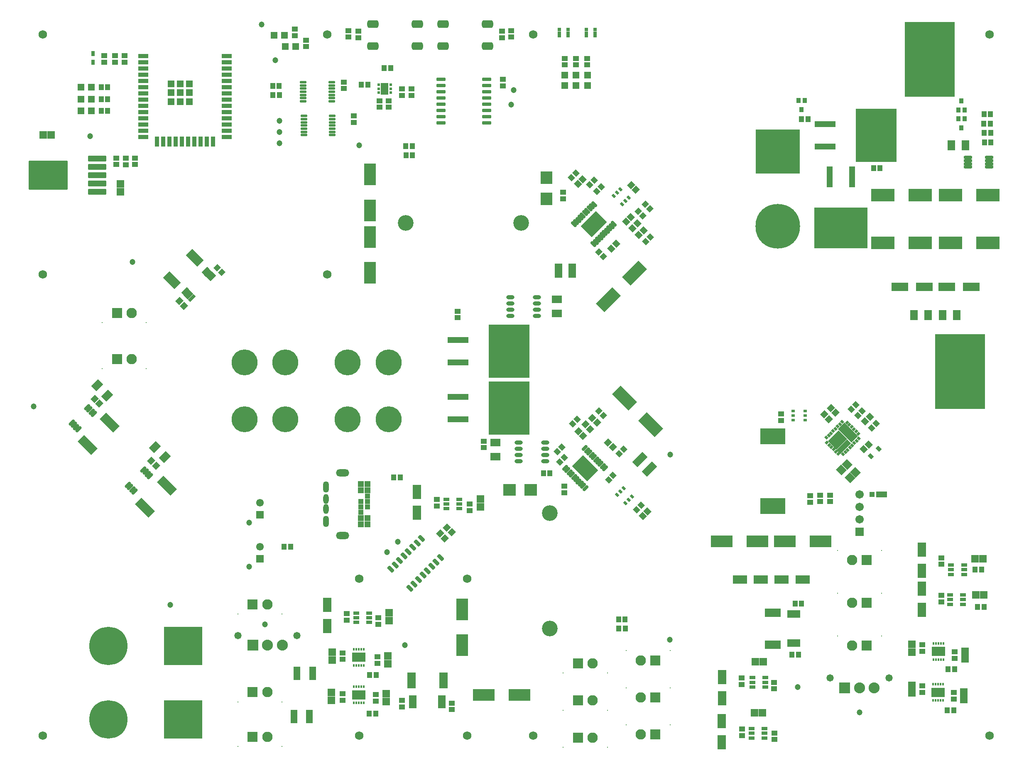
<source format=gbr>
G04*
G04 #@! TF.GenerationSoftware,Altium Limited,Altium Designer,22.4.2 (48)*
G04*
G04 Layer_Color=8388736*
%FSLAX25Y25*%
%MOIN*%
G70*
G04*
G04 #@! TF.SameCoordinates,43EAD1C5-17A3-47DC-85D2-FB09855483F6*
G04*
G04*
G04 #@! TF.FilePolarity,Negative*
G04*
G01*
G75*
%ADD29R,0.02362X0.01968*%
%ADD30R,0.06102X0.09646*%
%ADD60R,0.05236X0.05236*%
%ADD61R,0.03543X0.07874*%
%ADD62R,0.07874X0.03543*%
%ADD99R,0.05328X0.10642*%
%ADD100R,0.40170X0.59855*%
G04:AMPARAMS|DCode=101|XSize=31.5mil|YSize=21.65mil|CornerRadius=0mil|HoleSize=0mil|Usage=FLASHONLY|Rotation=135.000|XOffset=0mil|YOffset=0mil|HoleType=Round|Shape=Rectangle|*
%AMROTATEDRECTD101*
4,1,4,0.01879,-0.00348,0.00348,-0.01879,-0.01879,0.00348,-0.00348,0.01879,0.01879,-0.00348,0.0*
%
%ADD101ROTATEDRECTD101*%

%ADD102R,0.03150X0.02165*%
%ADD103R,0.09461X0.17335*%
G04:AMPARAMS|DCode=104|XSize=29.65mil|YSize=74.93mil|CornerRadius=5.95mil|HoleSize=0mil|Usage=FLASHONLY|Rotation=90.000|XOffset=0mil|YOffset=0mil|HoleType=Round|Shape=RoundedRectangle|*
%AMROUNDEDRECTD104*
21,1,0.02965,0.06303,0,0,90.0*
21,1,0.01776,0.07493,0,0,90.0*
1,1,0.01190,0.03152,0.00888*
1,1,0.01190,0.03152,-0.00888*
1,1,0.01190,-0.03152,-0.00888*
1,1,0.01190,-0.03152,0.00888*
%
%ADD104ROUNDEDRECTD104*%
%ADD105R,0.04343X0.04737*%
%ADD106R,0.10642X0.07493*%
%ADD107R,0.01784X0.02375*%
%ADD108R,0.04540X0.04147*%
%ADD109R,0.04737X0.04343*%
G04:AMPARAMS|DCode=110|XSize=47.37mil|YSize=43.43mil|CornerRadius=0mil|HoleSize=0mil|Usage=FLASHONLY|Rotation=45.000|XOffset=0mil|YOffset=0mil|HoleType=Round|Shape=Rectangle|*
%AMROTATEDRECTD110*
4,1,4,-0.00139,-0.03210,-0.03210,-0.00139,0.00139,0.03210,0.03210,0.00139,-0.00139,-0.03210,0.0*
%
%ADD110ROTATEDRECTD110*%

G04:AMPARAMS|DCode=111|XSize=45.4mil|YSize=41.47mil|CornerRadius=0mil|HoleSize=0mil|Usage=FLASHONLY|Rotation=225.000|XOffset=0mil|YOffset=0mil|HoleType=Round|Shape=Rectangle|*
%AMROTATEDRECTD111*
4,1,4,0.00139,0.03071,0.03071,0.00139,-0.00139,-0.03071,-0.03071,-0.00139,0.00139,0.03071,0.0*
%
%ADD111ROTATEDRECTD111*%

G04:AMPARAMS|DCode=112|XSize=47.37mil|YSize=43.43mil|CornerRadius=0mil|HoleSize=0mil|Usage=FLASHONLY|Rotation=135.000|XOffset=0mil|YOffset=0mil|HoleType=Round|Shape=Rectangle|*
%AMROTATEDRECTD112*
4,1,4,0.03210,-0.00139,0.00139,-0.03210,-0.03210,0.00139,-0.00139,0.03210,0.03210,-0.00139,0.0*
%
%ADD112ROTATEDRECTD112*%

G04:AMPARAMS|DCode=113|XSize=45.4mil|YSize=41.47mil|CornerRadius=0mil|HoleSize=0mil|Usage=FLASHONLY|Rotation=135.000|XOffset=0mil|YOffset=0mil|HoleType=Round|Shape=Rectangle|*
%AMROTATEDRECTD113*
4,1,4,0.03071,-0.00139,0.00139,-0.03071,-0.03071,0.00139,-0.00139,0.03071,0.03071,-0.00139,0.0*
%
%ADD113ROTATEDRECTD113*%

%ADD114R,0.09265X0.10446*%
G04:AMPARAMS|DCode=115|XSize=126.11mil|YSize=173.35mil|CornerRadius=5.77mil|HoleSize=0mil|Usage=FLASHONLY|Rotation=135.000|XOffset=0mil|YOffset=0mil|HoleType=Round|Shape=RoundedRectangle|*
%AMROUNDEDRECTD115*
21,1,0.12611,0.16181,0,0,135.0*
21,1,0.11457,0.17335,0,0,135.0*
1,1,0.01154,0.01670,0.09771*
1,1,0.01154,0.09771,0.01670*
1,1,0.01154,-0.01670,-0.09771*
1,1,0.01154,-0.09771,-0.01670*
%
%ADD115ROUNDEDRECTD115*%
G04:AMPARAMS|DCode=116|XSize=23.75mil|YSize=55.24mil|CornerRadius=5.97mil|HoleSize=0mil|Usage=FLASHONLY|Rotation=225.000|XOffset=0mil|YOffset=0mil|HoleType=Round|Shape=RoundedRectangle|*
%AMROUNDEDRECTD116*
21,1,0.02375,0.04331,0,0,225.0*
21,1,0.01181,0.05524,0,0,225.0*
1,1,0.01194,-0.01949,0.01114*
1,1,0.01194,-0.01114,0.01949*
1,1,0.01194,0.01949,-0.01114*
1,1,0.01194,0.01114,-0.01949*
%
%ADD116ROUNDEDRECTD116*%
G04:AMPARAMS|DCode=117|XSize=98.55mil|YSize=187.13mil|CornerRadius=0mil|HoleSize=0mil|Usage=FLASHONLY|Rotation=135.000|XOffset=0mil|YOffset=0mil|HoleType=Round|Shape=Rectangle|*
%AMROTATEDRECTD117*
4,1,4,0.10101,0.03132,-0.03132,-0.10101,-0.10101,-0.03132,0.03132,0.10101,0.10101,0.03132,0.0*
%
%ADD117ROTATEDRECTD117*%

%ADD118R,0.04147X0.04540*%
G04:AMPARAMS|DCode=119|XSize=98.55mil|YSize=187.13mil|CornerRadius=0mil|HoleSize=0mil|Usage=FLASHONLY|Rotation=225.000|XOffset=0mil|YOffset=0mil|HoleType=Round|Shape=Rectangle|*
%AMROTATEDRECTD119*
4,1,4,-0.03132,0.10101,0.10101,-0.03132,0.03132,-0.10101,-0.10101,0.03132,-0.03132,0.10101,0.0*
%
%ADD119ROTATEDRECTD119*%

%ADD120R,0.10446X0.09265*%
G04:AMPARAMS|DCode=121|XSize=114.3mil|YSize=59.18mil|CornerRadius=0mil|HoleSize=0mil|Usage=FLASHONLY|Rotation=225.000|XOffset=0mil|YOffset=0mil|HoleType=Round|Shape=Rectangle|*
%AMROTATEDRECTD121*
4,1,4,0.01949,0.06134,0.06134,0.01949,-0.01949,-0.06134,-0.06134,-0.01949,0.01949,0.06134,0.0*
%
%ADD121ROTATEDRECTD121*%

G04:AMPARAMS|DCode=122|XSize=40.68mil|YSize=32.61mil|CornerRadius=0mil|HoleSize=0mil|Usage=FLASHONLY|Rotation=315.000|XOffset=0mil|YOffset=0mil|HoleType=Round|Shape=Rectangle|*
%AMROTATEDRECTD122*
4,1,4,-0.02591,0.00285,-0.00285,0.02591,0.02591,-0.00285,0.00285,-0.02591,-0.02591,0.00285,0.0*
%
%ADD122ROTATEDRECTD122*%

%ADD123R,0.08674X0.05131*%
%ADD124R,0.03950X0.03950*%
%ADD125R,0.03162X0.02769*%
%ADD126R,0.03162X0.02375*%
%ADD127R,0.05524X0.05524*%
G04:AMPARAMS|DCode=128|XSize=63.12mil|YSize=59.18mil|CornerRadius=0mil|HoleSize=0mil|Usage=FLASHONLY|Rotation=135.000|XOffset=0mil|YOffset=0mil|HoleType=Round|Shape=Rectangle|*
%AMROTATEDRECTD128*
4,1,4,0.04324,-0.00139,0.00139,-0.04324,-0.04324,0.00139,-0.00139,0.04324,0.04324,-0.00139,0.0*
%
%ADD128ROTATEDRECTD128*%

%ADD129R,0.05524X0.05524*%
G04:AMPARAMS|DCode=130|XSize=63.12mil|YSize=90.68mil|CornerRadius=17.78mil|HoleSize=0mil|Usage=FLASHONLY|Rotation=90.000|XOffset=0mil|YOffset=0mil|HoleType=Round|Shape=RoundedRectangle|*
%AMROUNDEDRECTD130*
21,1,0.06312,0.05512,0,0,90.0*
21,1,0.02756,0.09068,0,0,90.0*
1,1,0.03556,0.02756,0.01378*
1,1,0.03556,0.02756,-0.01378*
1,1,0.03556,-0.02756,-0.01378*
1,1,0.03556,-0.02756,0.01378*
%
%ADD130ROUNDEDRECTD130*%
%ADD131O,0.05761X0.02217*%
%ADD132R,0.02769X0.03950*%
%ADD133R,0.05918X0.06312*%
G04:AMPARAMS|DCode=134|XSize=236.35mil|YSize=311.15mil|CornerRadius=6.28mil|HoleSize=0mil|Usage=FLASHONLY|Rotation=270.000|XOffset=0mil|YOffset=0mil|HoleType=Round|Shape=RoundedRectangle|*
%AMROUNDEDRECTD134*
21,1,0.23635,0.29858,0,0,270.0*
21,1,0.22378,0.31115,0,0,270.0*
1,1,0.01257,-0.14929,-0.11189*
1,1,0.01257,-0.14929,0.11189*
1,1,0.01257,0.14929,0.11189*
1,1,0.01257,0.14929,-0.11189*
%
%ADD134ROUNDEDRECTD134*%
G04:AMPARAMS|DCode=135|XSize=47.37mil|YSize=145.8mil|CornerRadius=5.97mil|HoleSize=0mil|Usage=FLASHONLY|Rotation=270.000|XOffset=0mil|YOffset=0mil|HoleType=Round|Shape=RoundedRectangle|*
%AMROUNDEDRECTD135*
21,1,0.04737,0.13386,0,0,270.0*
21,1,0.03543,0.14580,0,0,270.0*
1,1,0.01194,-0.06693,-0.01772*
1,1,0.01194,-0.06693,0.01772*
1,1,0.01194,0.06693,0.01772*
1,1,0.01194,0.06693,-0.01772*
%
%ADD135ROUNDEDRECTD135*%
%ADD136R,0.06312X0.05918*%
%ADD137O,0.07099X0.02572*%
%ADD138R,0.33084X0.43123*%
%ADD139R,0.17139X0.05131*%
G04:AMPARAMS|DCode=140|XSize=59.58mil|YSize=32.41mil|CornerRadius=7.05mil|HoleSize=0mil|Usage=FLASHONLY|Rotation=315.000|XOffset=0mil|YOffset=0mil|HoleType=Round|Shape=RoundedRectangle|*
%AMROUNDEDRECTD140*
21,1,0.05958,0.01831,0,0,315.0*
21,1,0.04547,0.03241,0,0,315.0*
1,1,0.01410,0.00960,-0.02255*
1,1,0.01410,-0.02255,0.00960*
1,1,0.01410,-0.00960,0.02255*
1,1,0.01410,0.02255,-0.00960*
%
%ADD140ROUNDEDRECTD140*%
G04:AMPARAMS|DCode=141|XSize=119.42mil|YSize=43.43mil|CornerRadius=0mil|HoleSize=0mil|Usage=FLASHONLY|Rotation=45.000|XOffset=0mil|YOffset=0mil|HoleType=Round|Shape=Rectangle|*
%AMROTATEDRECTD141*
4,1,4,-0.02686,-0.05758,-0.05758,-0.02686,0.02686,0.05758,0.05758,0.02686,-0.02686,-0.05758,0.0*
%
%ADD141ROTATEDRECTD141*%

G04:AMPARAMS|DCode=142|XSize=119.42mil|YSize=94.61mil|CornerRadius=0mil|HoleSize=0mil|Usage=FLASHONLY|Rotation=45.000|XOffset=0mil|YOffset=0mil|HoleType=Round|Shape=Rectangle|*
%AMROTATEDRECTD142*
4,1,4,-0.00877,-0.07567,-0.07567,-0.00877,0.00877,0.07567,0.07567,0.00877,-0.00877,-0.07567,0.0*
%
%ADD142ROTATEDRECTD142*%

G04:AMPARAMS|DCode=143|XSize=153.67mil|YSize=70.99mil|CornerRadius=0mil|HoleSize=0mil|Usage=FLASHONLY|Rotation=315.000|XOffset=0mil|YOffset=0mil|HoleType=Round|Shape=Rectangle|*
%AMROTATEDRECTD143*
4,1,4,-0.07943,0.02923,-0.02923,0.07943,0.07943,-0.02923,0.02923,-0.07943,-0.07943,0.02923,0.0*
%
%ADD143ROTATEDRECTD143*%

G04:AMPARAMS|DCode=144|XSize=23.75mil|YSize=19.81mil|CornerRadius=0mil|HoleSize=0mil|Usage=FLASHONLY|Rotation=225.000|XOffset=0mil|YOffset=0mil|HoleType=Round|Shape=Rectangle|*
%AMROTATEDRECTD144*
4,1,4,0.00139,0.01540,0.01540,0.00139,-0.00139,-0.01540,-0.01540,-0.00139,0.00139,0.01540,0.0*
%
%ADD144ROTATEDRECTD144*%

G04:AMPARAMS|DCode=145|XSize=23.75mil|YSize=19.81mil|CornerRadius=0mil|HoleSize=0mil|Usage=FLASHONLY|Rotation=135.000|XOffset=0mil|YOffset=0mil|HoleType=Round|Shape=Rectangle|*
%AMROTATEDRECTD145*
4,1,4,0.01540,-0.00139,0.00139,-0.01540,-0.01540,0.00139,-0.00139,0.01540,0.01540,-0.00139,0.0*
%
%ADD145ROTATEDRECTD145*%

G04:AMPARAMS|DCode=146|XSize=126.11mil|YSize=173.35mil|CornerRadius=5.77mil|HoleSize=0mil|Usage=FLASHONLY|Rotation=225.000|XOffset=0mil|YOffset=0mil|HoleType=Round|Shape=RoundedRectangle|*
%AMROUNDEDRECTD146*
21,1,0.12611,0.16181,0,0,225.0*
21,1,0.11457,0.17335,0,0,225.0*
1,1,0.01154,-0.09771,0.01670*
1,1,0.01154,-0.01670,0.09771*
1,1,0.01154,0.09771,-0.01670*
1,1,0.01154,0.01670,-0.09771*
%
%ADD146ROUNDEDRECTD146*%
G04:AMPARAMS|DCode=147|XSize=23.75mil|YSize=55.24mil|CornerRadius=5.97mil|HoleSize=0mil|Usage=FLASHONLY|Rotation=315.000|XOffset=0mil|YOffset=0mil|HoleType=Round|Shape=RoundedRectangle|*
%AMROUNDEDRECTD147*
21,1,0.02375,0.04331,0,0,315.0*
21,1,0.01181,0.05524,0,0,315.0*
1,1,0.01194,-0.01114,-0.01949*
1,1,0.01194,-0.01949,-0.01114*
1,1,0.01194,0.01114,0.01949*
1,1,0.01194,0.01949,0.01114*
%
%ADD147ROUNDEDRECTD147*%
%ADD148R,0.17335X0.09461*%
%ADD149R,0.06312X0.02572*%
%ADD150R,0.07099X0.13005*%
%ADD151R,0.05918X0.11430*%
G04:AMPARAMS|DCode=152|XSize=25.72mil|YSize=63.12mil|CornerRadius=0mil|HoleSize=0mil|Usage=FLASHONLY|Rotation=135.000|XOffset=0mil|YOffset=0mil|HoleType=Round|Shape=Rectangle|*
%AMROTATEDRECTD152*
4,1,4,0.03141,0.01322,-0.01322,-0.03141,-0.03141,-0.01322,0.01322,0.03141,0.03141,0.01322,0.0*
%
%ADD152ROTATEDRECTD152*%

G04:AMPARAMS|DCode=153|XSize=130.05mil|YSize=70.99mil|CornerRadius=0mil|HoleSize=0mil|Usage=FLASHONLY|Rotation=315.000|XOffset=0mil|YOffset=0mil|HoleType=Round|Shape=Rectangle|*
%AMROTATEDRECTD153*
4,1,4,-0.07108,0.02088,-0.02088,0.07108,0.07108,-0.02088,0.02088,-0.07108,-0.07108,0.02088,0.0*
%
%ADD153ROTATEDRECTD153*%

%ADD154R,0.13005X0.07099*%
%ADD155R,0.02572X0.06312*%
%ADD156R,0.11824X0.07099*%
%ADD157R,0.20485X0.13005*%
%ADD158R,0.07887X0.05918*%
%ADD159O,0.06509X0.03162*%
G04:AMPARAMS|DCode=160|XSize=151.7mil|YSize=70.99mil|CornerRadius=0mil|HoleSize=0mil|Usage=FLASHONLY|Rotation=315.000|XOffset=0mil|YOffset=0mil|HoleType=Round|Shape=Rectangle|*
%AMROTATEDRECTD160*
4,1,4,-0.07873,0.02854,-0.02854,0.07873,0.07873,-0.02854,0.02854,-0.07873,-0.07873,0.02854,0.0*
%
%ADD160ROTATEDRECTD160*%

G04:AMPARAMS|DCode=161|XSize=78.87mil|YSize=59.18mil|CornerRadius=0mil|HoleSize=0mil|Usage=FLASHONLY|Rotation=45.000|XOffset=0mil|YOffset=0mil|HoleType=Round|Shape=Rectangle|*
%AMROTATEDRECTD161*
4,1,4,-0.00696,-0.04881,-0.04881,-0.00696,0.00696,0.04881,0.04881,0.00696,-0.00696,-0.04881,0.0*
%
%ADD161ROTATEDRECTD161*%

G04:AMPARAMS|DCode=162|XSize=27.69mil|YSize=61.15mil|CornerRadius=0mil|HoleSize=0mil|Usage=FLASHONLY|Rotation=315.000|XOffset=0mil|YOffset=0mil|HoleType=Round|Shape=Round|*
%AMOVALD162*
21,1,0.03347,0.02769,0.00000,0.00000,45.0*
1,1,0.02769,-0.01183,-0.01183*
1,1,0.02769,0.01183,0.01183*
%
%ADD162OVALD162*%

%ADD163R,0.07099X0.11824*%
%ADD164R,0.04540X0.03162*%
%ADD165R,0.05918X0.07887*%
%ADD166R,0.03556X0.04343*%
%ADD167R,0.05131X0.17139*%
%ADD168R,0.43123X0.33084*%
%ADD169R,0.13398X0.07099*%
%ADD170R,0.18713X0.09855*%
%ADD171C,0.04737*%
%ADD172C,0.12611*%
%ADD173C,0.02473*%
%ADD174R,0.30800X0.30800*%
%ADD175C,0.30800*%
%ADD176C,0.00800*%
%ADD177C,0.08300*%
%ADD178R,0.08300X0.08300*%
%ADD179C,0.35800*%
%ADD180R,0.35800X0.35800*%
%ADD181C,0.20800*%
%ADD182C,0.06800*%
%ADD183O,0.04934X0.09068*%
%ADD184R,0.04737X0.04737*%
%ADD185R,0.04147X0.04147*%
%ADD186O,0.04343X0.07887*%
%ADD187O,0.10642X0.05721*%
%ADD188C,0.05800*%
%ADD189C,0.08800*%
%ADD190R,0.08800X0.08800*%
%ADD191C,0.04724*%
%ADD192C,0.06102*%
%ADD193R,0.06102X0.06102*%
%ADD194R,0.06706X0.06706*%
%ADD195C,0.06706*%
%ADD196C,0.02769*%
D29*
X285197Y536221D02*
D03*
Y533071D02*
D03*
Y529921D02*
D03*
X294882D02*
D03*
Y533071D02*
D03*
Y536221D02*
D03*
D30*
X290039Y533071D02*
D03*
D60*
X133209Y522697D02*
D03*
X125984D02*
D03*
X118760D02*
D03*
X133209Y529921D02*
D03*
X125984D02*
D03*
X118760D02*
D03*
X133209Y537146D02*
D03*
X125984D02*
D03*
X118760D02*
D03*
D61*
X152421Y490512D02*
D03*
X147421D02*
D03*
X142421D02*
D03*
X137421D02*
D03*
X132421D02*
D03*
X127421D02*
D03*
X122421D02*
D03*
X117421D02*
D03*
X112421D02*
D03*
X107421D02*
D03*
D62*
X163386Y559449D02*
D03*
Y554449D02*
D03*
Y549449D02*
D03*
Y544449D02*
D03*
Y539449D02*
D03*
Y534449D02*
D03*
Y529449D02*
D03*
Y524449D02*
D03*
Y519449D02*
D03*
Y514449D02*
D03*
Y509449D02*
D03*
Y504449D02*
D03*
Y499449D02*
D03*
Y494449D02*
D03*
X96457D02*
D03*
Y499449D02*
D03*
Y504449D02*
D03*
Y509449D02*
D03*
Y514449D02*
D03*
Y519449D02*
D03*
Y524449D02*
D03*
Y529449D02*
D03*
Y534449D02*
D03*
Y539449D02*
D03*
Y544449D02*
D03*
Y549449D02*
D03*
Y554449D02*
D03*
Y559449D02*
D03*
D99*
X232185Y63779D02*
D03*
X219783D02*
D03*
X229823Y29134D02*
D03*
X217421D02*
D03*
D100*
X751968Y305906D02*
D03*
X727559Y556693D02*
D03*
D101*
X476827Y206928D02*
D03*
X479472Y209572D02*
D03*
X482116Y212217D02*
D03*
X488798Y205536D02*
D03*
X486153Y202891D02*
D03*
X483508Y200246D02*
D03*
X473936Y447153D02*
D03*
X476581Y449797D02*
D03*
X479225Y452442D02*
D03*
X485907Y445761D02*
D03*
X483262Y443116D02*
D03*
X480617Y440471D02*
D03*
D102*
X627559Y274410D02*
D03*
Y270669D02*
D03*
Y266929D02*
D03*
X618110D02*
D03*
Y270669D02*
D03*
Y274410D02*
D03*
D103*
X278346Y385236D02*
D03*
Y413976D02*
D03*
X352362Y86221D02*
D03*
Y114961D02*
D03*
X278346Y435433D02*
D03*
Y464173D02*
D03*
D104*
X371850Y505728D02*
D03*
Y510728D02*
D03*
Y515728D02*
D03*
Y520728D02*
D03*
Y525728D02*
D03*
Y530728D02*
D03*
Y535728D02*
D03*
Y540728D02*
D03*
X335236Y505728D02*
D03*
Y510728D02*
D03*
Y515728D02*
D03*
Y520728D02*
D03*
Y525728D02*
D03*
Y530728D02*
D03*
Y535728D02*
D03*
Y540728D02*
D03*
D105*
X747638Y66929D02*
D03*
X742323D02*
D03*
X422835Y224410D02*
D03*
X417520D02*
D03*
X622441Y78740D02*
D03*
X617126D02*
D03*
X277658Y31496D02*
D03*
X282972D02*
D03*
X278051Y62205D02*
D03*
X283366D02*
D03*
X741535Y33858D02*
D03*
X746850D02*
D03*
X771063Y505118D02*
D03*
X776378D02*
D03*
D106*
X734252Y48425D02*
D03*
X269291Y46457D02*
D03*
X269291Y76575D02*
D03*
X734646Y81299D02*
D03*
D107*
X730315Y54921D02*
D03*
X732283D02*
D03*
X734252Y54921D02*
D03*
X736221Y54921D02*
D03*
X738189D02*
D03*
Y41929D02*
D03*
X736221D02*
D03*
X734252D02*
D03*
X732283D02*
D03*
X730315D02*
D03*
X265354Y39961D02*
D03*
X267323D02*
D03*
X269291D02*
D03*
X271260D02*
D03*
X273228D02*
D03*
Y52953D02*
D03*
X271260D02*
D03*
X269291Y52953D02*
D03*
X267323Y52953D02*
D03*
X265354D02*
D03*
X265354Y70079D02*
D03*
X267323D02*
D03*
X269291Y70079D02*
D03*
X271260Y70079D02*
D03*
X273228D02*
D03*
Y83071D02*
D03*
X271260D02*
D03*
X269291D02*
D03*
X267323D02*
D03*
X265354D02*
D03*
X730709Y74803D02*
D03*
X732677D02*
D03*
X734646D02*
D03*
X736614Y74803D02*
D03*
X738583D02*
D03*
Y87795D02*
D03*
X736614D02*
D03*
X734646Y87795D02*
D03*
X732677D02*
D03*
X730709D02*
D03*
D108*
X256299Y42126D02*
D03*
Y47244D02*
D03*
X647638Y206737D02*
D03*
X647638Y201619D02*
D03*
X639590Y206737D02*
D03*
Y201619D02*
D03*
X443601Y557480D02*
D03*
Y552362D02*
D03*
X434546Y557480D02*
D03*
Y552362D02*
D03*
X452756Y557480D02*
D03*
Y552362D02*
D03*
X227165Y572047D02*
D03*
Y566929D02*
D03*
X218110Y580905D02*
D03*
Y575787D02*
D03*
X391732Y579744D02*
D03*
Y574626D02*
D03*
X261024Y579744D02*
D03*
Y574626D02*
D03*
X89764Y472244D02*
D03*
Y477362D02*
D03*
X344094Y39764D02*
D03*
Y34646D02*
D03*
X74803Y472244D02*
D03*
Y477362D02*
D03*
X256299Y80118D02*
D03*
Y75000D02*
D03*
X369685Y250000D02*
D03*
Y244882D02*
D03*
X348819Y354331D02*
D03*
Y349213D02*
D03*
X721654Y53543D02*
D03*
Y48425D02*
D03*
X721654Y86614D02*
D03*
Y81496D02*
D03*
X285039Y108268D02*
D03*
Y103150D02*
D03*
X358268Y199606D02*
D03*
Y194488D02*
D03*
X602756Y56496D02*
D03*
Y51378D02*
D03*
X603150Y15748D02*
D03*
Y10630D02*
D03*
X293465Y518307D02*
D03*
Y523425D02*
D03*
X285984Y518307D02*
D03*
Y523425D02*
D03*
D109*
X608268Y272047D02*
D03*
Y266732D02*
D03*
X433465Y450000D02*
D03*
Y444685D02*
D03*
X434252Y213976D02*
D03*
Y208661D02*
D03*
X631542Y206324D02*
D03*
Y201009D02*
D03*
X384252Y574016D02*
D03*
Y579331D02*
D03*
X268898Y574016D02*
D03*
Y579331D02*
D03*
X385039Y540748D02*
D03*
Y535433D02*
D03*
X257480Y538484D02*
D03*
Y533169D02*
D03*
X265354Y511221D02*
D03*
Y505905D02*
D03*
X64961Y554331D02*
D03*
Y559646D02*
D03*
X81496Y554331D02*
D03*
Y559646D02*
D03*
X73622Y554331D02*
D03*
Y559646D02*
D03*
X303937Y36713D02*
D03*
Y42028D02*
D03*
X82284Y472146D02*
D03*
Y477461D02*
D03*
X283071Y46654D02*
D03*
Y41339D02*
D03*
X284252Y76968D02*
D03*
Y71653D02*
D03*
X746850Y48228D02*
D03*
Y42913D02*
D03*
X747638Y81102D02*
D03*
Y75787D02*
D03*
X737008Y151181D02*
D03*
Y156496D02*
D03*
Y126279D02*
D03*
Y120965D02*
D03*
X259842Y111811D02*
D03*
Y106496D02*
D03*
X331890Y203346D02*
D03*
Y198031D02*
D03*
X576772Y60138D02*
D03*
Y54823D02*
D03*
X577165Y18898D02*
D03*
Y13583D02*
D03*
X304095Y533071D02*
D03*
Y527756D02*
D03*
X311575Y533071D02*
D03*
Y527756D02*
D03*
D110*
X487974Y455727D02*
D03*
X491732Y451968D02*
D03*
X455113Y259825D02*
D03*
X451354Y263583D02*
D03*
X460540Y265050D02*
D03*
X456782Y268808D02*
D03*
X449475Y254327D02*
D03*
X445717Y258085D02*
D03*
X473228Y245276D02*
D03*
X469470Y249034D02*
D03*
X643003Y271564D02*
D03*
X646761Y267806D02*
D03*
X648210Y276593D02*
D03*
X651968Y272835D02*
D03*
X343916Y176950D02*
D03*
X340158Y180709D02*
D03*
X338493Y172137D02*
D03*
X334735Y175895D02*
D03*
X129080Y358786D02*
D03*
X125322Y362544D02*
D03*
X57369Y283979D02*
D03*
X61127Y280221D02*
D03*
X106558Y230471D02*
D03*
X102800Y234229D02*
D03*
D111*
X502991Y436773D02*
D03*
X499372Y440392D02*
D03*
X493625Y434721D02*
D03*
X497244Y431102D02*
D03*
X462129Y402044D02*
D03*
X465748Y398425D02*
D03*
X465589Y270631D02*
D03*
X461970Y274251D02*
D03*
X155805Y389409D02*
D03*
X159424Y385790D02*
D03*
D112*
X497333Y189853D02*
D03*
X501092Y193611D02*
D03*
X445289Y456706D02*
D03*
X449048Y460465D02*
D03*
X494118Y415740D02*
D03*
X497876Y419498D02*
D03*
X483881Y426370D02*
D03*
X487640Y430128D02*
D03*
X489171Y421080D02*
D03*
X492929Y424839D02*
D03*
X675769Y265927D02*
D03*
X679528Y269685D02*
D03*
X678561Y247459D02*
D03*
X674803Y243701D02*
D03*
X472137Y404814D02*
D03*
X475895Y408572D02*
D03*
D113*
X492277Y195096D02*
D03*
X495896Y198715D02*
D03*
X440082Y461735D02*
D03*
X443701Y465354D02*
D03*
X454724Y455905D02*
D03*
X458344Y459525D02*
D03*
X460236Y450787D02*
D03*
X463855Y454406D02*
D03*
X499769Y410367D02*
D03*
X503388Y413986D02*
D03*
X482125Y243542D02*
D03*
X478505Y239923D02*
D03*
X441104Y263938D02*
D03*
X444723Y267558D02*
D03*
X469844Y219057D02*
D03*
X473463Y222676D02*
D03*
X430709Y233465D02*
D03*
X434328Y237084D02*
D03*
X428740Y241732D02*
D03*
X432359Y245351D02*
D03*
X681046Y260574D02*
D03*
X684665Y264193D02*
D03*
X669844Y270631D02*
D03*
X673463Y274251D02*
D03*
X664567Y275590D02*
D03*
X668186Y279210D02*
D03*
D114*
X420079Y444685D02*
D03*
Y461614D02*
D03*
D115*
X457968Y424383D02*
D03*
D116*
X457759Y408307D02*
D03*
X459569Y410116D02*
D03*
X461378Y411926D02*
D03*
X463188Y413735D02*
D03*
X464997Y415545D02*
D03*
X466807Y417354D02*
D03*
X468617Y419164D02*
D03*
X470426Y420973D02*
D03*
X472236Y422783D02*
D03*
X474045Y424592D02*
D03*
X441891Y424175D02*
D03*
X443701Y425984D02*
D03*
X445510Y427794D02*
D03*
X447320Y429603D02*
D03*
X449129Y431413D02*
D03*
X450939Y433222D02*
D03*
X452748Y435032D02*
D03*
X454558Y436841D02*
D03*
X456367Y438651D02*
D03*
X458177Y440460D02*
D03*
D117*
X490676Y384964D02*
D03*
X469519Y363806D02*
D03*
D118*
X312205Y487008D02*
D03*
X307087D02*
D03*
X307283Y479528D02*
D03*
X312402D02*
D03*
X477953Y107087D02*
D03*
X483071D02*
D03*
X478150Y99606D02*
D03*
X483268D02*
D03*
X271457Y536221D02*
D03*
X276575D02*
D03*
X289764Y549606D02*
D03*
X294882D02*
D03*
X200394Y527953D02*
D03*
X205512D02*
D03*
X205315Y535433D02*
D03*
X200197D02*
D03*
X62598Y534252D02*
D03*
X67716D02*
D03*
X62598Y524803D02*
D03*
X67716D02*
D03*
X62598Y515354D02*
D03*
X67716D02*
D03*
X687795Y469291D02*
D03*
X682677D02*
D03*
X619685Y119685D02*
D03*
X624803D02*
D03*
X209449Y165354D02*
D03*
X214567D02*
D03*
X766142Y116929D02*
D03*
X771260D02*
D03*
X764173Y146850D02*
D03*
X769291D02*
D03*
X302559Y220866D02*
D03*
X297441D02*
D03*
X771457Y497638D02*
D03*
X776575D02*
D03*
X771260Y512598D02*
D03*
X776378D02*
D03*
X624803Y508661D02*
D03*
X629921D02*
D03*
X771654Y490158D02*
D03*
X776772D02*
D03*
D119*
X503731Y263417D02*
D03*
X482573Y284575D02*
D03*
D120*
X407283Y211024D02*
D03*
X390354D02*
D03*
D121*
X494921Y235394D02*
D03*
X502716Y227599D02*
D03*
D122*
X680368Y237848D02*
D03*
X686562Y244042D02*
D03*
D123*
X688976Y207480D02*
D03*
D124*
X681496D02*
D03*
D125*
X451968Y580709D02*
D03*
Y575591D02*
D03*
X459055D02*
D03*
Y580709D02*
D03*
X430315D02*
D03*
Y575591D02*
D03*
X437402D02*
D03*
Y580709D02*
D03*
D126*
X451968Y578150D02*
D03*
X459055D02*
D03*
X430315D02*
D03*
X437402D02*
D03*
D127*
X434646Y543898D02*
D03*
Y535630D02*
D03*
X443701Y543898D02*
D03*
Y535630D02*
D03*
X452856Y543898D02*
D03*
Y535630D02*
D03*
D128*
X667975Y225062D02*
D03*
X663521Y220607D02*
D03*
X656828Y226907D02*
D03*
X661282Y231361D02*
D03*
D129*
X210433Y566929D02*
D03*
X218701D02*
D03*
X209646Y575984D02*
D03*
X201378D02*
D03*
X46260Y524803D02*
D03*
X54528D02*
D03*
Y534252D02*
D03*
X46260D02*
D03*
Y515354D02*
D03*
X54528D02*
D03*
D130*
X316339Y585039D02*
D03*
Y567323D02*
D03*
X280512D02*
D03*
Y585039D02*
D03*
X372835D02*
D03*
Y567323D02*
D03*
X337008D02*
D03*
Y585039D02*
D03*
D131*
X224803Y538386D02*
D03*
Y535827D02*
D03*
Y533268D02*
D03*
Y530709D02*
D03*
Y528149D02*
D03*
Y525590D02*
D03*
Y523031D02*
D03*
X247638Y538386D02*
D03*
Y535827D02*
D03*
Y533268D02*
D03*
Y530709D02*
D03*
Y528149D02*
D03*
Y525590D02*
D03*
Y523031D02*
D03*
X225197Y511221D02*
D03*
Y508661D02*
D03*
Y506102D02*
D03*
Y503543D02*
D03*
Y500984D02*
D03*
Y498425D02*
D03*
Y495866D02*
D03*
X248031Y511221D02*
D03*
Y508661D02*
D03*
Y506102D02*
D03*
Y503543D02*
D03*
Y500984D02*
D03*
Y498425D02*
D03*
Y495866D02*
D03*
D132*
X55905Y561319D02*
D03*
Y554232D02*
D03*
D133*
X16142Y496063D02*
D03*
X22441D02*
D03*
X764567Y126772D02*
D03*
X770866D02*
D03*
X764173Y155512D02*
D03*
X770472D02*
D03*
X594095Y72835D02*
D03*
X587795D02*
D03*
X593307Y31890D02*
D03*
X587008D02*
D03*
D134*
X20079Y463779D02*
D03*
D135*
X59449Y477165D02*
D03*
Y470472D02*
D03*
Y463779D02*
D03*
Y457087D02*
D03*
Y450394D02*
D03*
D136*
X77953Y456693D02*
D03*
Y450394D02*
D03*
X291339Y47244D02*
D03*
Y40945D02*
D03*
X247244Y48425D02*
D03*
Y42126D02*
D03*
X248031Y80709D02*
D03*
Y74410D02*
D03*
X292520Y77559D02*
D03*
Y71260D02*
D03*
X755118Y48819D02*
D03*
Y42520D02*
D03*
X713386Y54134D02*
D03*
Y47835D02*
D03*
X713386Y87008D02*
D03*
Y80709D02*
D03*
X755905Y81496D02*
D03*
Y75197D02*
D03*
X293701Y112205D02*
D03*
Y105905D02*
D03*
X366929Y203543D02*
D03*
Y197244D02*
D03*
D137*
X758465Y477854D02*
D03*
Y475295D02*
D03*
Y472736D02*
D03*
Y470177D02*
D03*
X775394Y477854D02*
D03*
Y475295D02*
D03*
Y472736D02*
D03*
Y470177D02*
D03*
D138*
X684842Y495591D02*
D03*
X390158Y322441D02*
D03*
Y276772D02*
D03*
D139*
X643701Y486614D02*
D03*
Y504567D02*
D03*
X349016Y313465D02*
D03*
Y331417D02*
D03*
X349016Y267795D02*
D03*
Y285748D02*
D03*
D140*
X319728Y172004D02*
D03*
X316193Y168469D02*
D03*
X312657Y164933D02*
D03*
X309121Y161398D02*
D03*
X305586Y157862D02*
D03*
X302050Y154327D02*
D03*
X298515Y150791D02*
D03*
X294979Y147256D02*
D03*
X310291Y131944D02*
D03*
X313826Y135480D02*
D03*
X317362Y139015D02*
D03*
X320897Y142551D02*
D03*
X324433Y146086D02*
D03*
X327968Y149622D02*
D03*
X331504Y153157D02*
D03*
X335039Y156693D02*
D03*
D141*
X658821Y245803D02*
D03*
D142*
X653532Y251092D02*
D03*
D143*
X662064Y256841D02*
D03*
D144*
X661299Y265123D02*
D03*
X663108Y263314D02*
D03*
X664918Y261504D02*
D03*
X666727Y259695D02*
D03*
X668537Y257885D02*
D03*
X670346Y256076D02*
D03*
X654200Y239929D02*
D03*
X652390Y241739D02*
D03*
X650581Y243548D02*
D03*
X648771Y245358D02*
D03*
X646962Y247167D02*
D03*
X645152Y248977D02*
D03*
D145*
X670764Y252178D02*
D03*
X668954Y250369D02*
D03*
X667145Y248559D02*
D03*
X665335Y246749D02*
D03*
X663526Y244940D02*
D03*
X661716Y243130D02*
D03*
X659907Y241321D02*
D03*
X658097Y239511D02*
D03*
X644735Y252874D02*
D03*
X646544Y254684D02*
D03*
X648354Y256493D02*
D03*
X650163Y258303D02*
D03*
X651973Y260112D02*
D03*
X653782Y261922D02*
D03*
X655592Y263731D02*
D03*
X657401Y265541D02*
D03*
D146*
X451036Y228455D02*
D03*
D147*
X467113Y228247D02*
D03*
X465304Y230056D02*
D03*
X463494Y231866D02*
D03*
X461685Y233675D02*
D03*
X459875Y235485D02*
D03*
X458066Y237294D02*
D03*
X456256Y239104D02*
D03*
X454447Y240914D02*
D03*
X452637Y242723D02*
D03*
X450828Y244532D02*
D03*
X451245Y212379D02*
D03*
X449436Y214188D02*
D03*
X447626Y215998D02*
D03*
X445817Y217807D02*
D03*
X444007Y219617D02*
D03*
X442198Y221426D02*
D03*
X440388Y223236D02*
D03*
X438579Y225045D02*
D03*
X436769Y226855D02*
D03*
X434960Y228664D02*
D03*
D148*
X369685Y46457D02*
D03*
X398425Y46457D02*
D03*
X589370Y169685D02*
D03*
X560630Y169685D02*
D03*
X611417Y169685D02*
D03*
X640158Y169685D02*
D03*
D149*
X336024Y37106D02*
D03*
Y39665D02*
D03*
Y42224D02*
D03*
Y44783D02*
D03*
X312795Y37106D02*
D03*
Y39665D02*
D03*
Y42224D02*
D03*
Y44783D02*
D03*
D150*
X337205Y57874D02*
D03*
X311614D02*
D03*
D151*
X440551Y387008D02*
D03*
X429528D02*
D03*
D152*
X151699Y381544D02*
D03*
X149890Y383354D02*
D03*
X148080Y385164D02*
D03*
X146270Y386973D02*
D03*
X135274Y365120D02*
D03*
X133465Y366929D02*
D03*
X131655Y368739D02*
D03*
X129845Y370548D02*
D03*
D153*
X137571Y397343D02*
D03*
X119475Y379248D02*
D03*
D154*
X601575Y112402D02*
D03*
Y86811D02*
D03*
D155*
X622342Y111221D02*
D03*
X619783D02*
D03*
X617224D02*
D03*
X614665D02*
D03*
X622342Y87992D02*
D03*
X619783D02*
D03*
X617224D02*
D03*
X614665D02*
D03*
D156*
X592126Y138976D02*
D03*
X575197D02*
D03*
X608661D02*
D03*
X625591D02*
D03*
D157*
X601575Y198031D02*
D03*
Y253937D02*
D03*
D158*
X379134Y249016D02*
D03*
Y237598D02*
D03*
X428346Y352559D02*
D03*
Y363976D02*
D03*
D159*
X412303Y350768D02*
D03*
Y355768D02*
D03*
Y360768D02*
D03*
Y365768D02*
D03*
X390846Y350768D02*
D03*
X390846Y355768D02*
D03*
Y360768D02*
D03*
X390846Y365768D02*
D03*
X397539Y248839D02*
D03*
Y243839D02*
D03*
Y238839D02*
D03*
Y233839D02*
D03*
X418996Y248839D02*
D03*
Y243839D02*
D03*
Y238839D02*
D03*
Y233839D02*
D03*
D160*
X51592Y247162D02*
D03*
X69270Y264840D02*
D03*
X97719Y196578D02*
D03*
X115397Y214255D02*
D03*
D161*
X67391Y286763D02*
D03*
X59318Y294836D02*
D03*
X113657Y237292D02*
D03*
X105583Y245365D02*
D03*
D162*
X38856Y265049D02*
D03*
X40666Y263239D02*
D03*
X42475Y261430D02*
D03*
X44285Y259620D02*
D03*
X51245Y277437D02*
D03*
X53054Y275627D02*
D03*
X54864Y273818D02*
D03*
X56673Y272008D02*
D03*
X84008Y215021D02*
D03*
X85818Y213211D02*
D03*
X87627Y211402D02*
D03*
X89437Y209592D02*
D03*
X96397Y227409D02*
D03*
X98206Y225599D02*
D03*
X100016Y223790D02*
D03*
X101825Y221980D02*
D03*
D163*
X721260Y162992D02*
D03*
Y146063D02*
D03*
Y114764D02*
D03*
Y131693D02*
D03*
X244094Y101575D02*
D03*
Y118504D02*
D03*
X316142Y192520D02*
D03*
Y209449D02*
D03*
X561024Y60630D02*
D03*
Y43701D02*
D03*
X560630Y8268D02*
D03*
Y25197D02*
D03*
D164*
X754429Y126575D02*
D03*
Y122835D02*
D03*
Y119095D02*
D03*
X743996D02*
D03*
Y122835D02*
D03*
Y126575D02*
D03*
X755217Y150591D02*
D03*
Y146850D02*
D03*
Y143110D02*
D03*
X744783D02*
D03*
Y146850D02*
D03*
Y150591D02*
D03*
X277658Y112008D02*
D03*
Y108268D02*
D03*
Y104528D02*
D03*
X267224D02*
D03*
Y108268D02*
D03*
Y112008D02*
D03*
X350098Y203346D02*
D03*
Y199606D02*
D03*
Y195866D02*
D03*
X339665D02*
D03*
Y199606D02*
D03*
Y203346D02*
D03*
X595669Y60236D02*
D03*
Y56496D02*
D03*
Y52756D02*
D03*
X585236D02*
D03*
Y56496D02*
D03*
Y60236D02*
D03*
X595079Y19291D02*
D03*
Y15551D02*
D03*
Y11811D02*
D03*
X584646D02*
D03*
Y15551D02*
D03*
Y19291D02*
D03*
D165*
X745079Y487795D02*
D03*
X756496D02*
D03*
X726378Y351181D02*
D03*
X714961D02*
D03*
X737992D02*
D03*
X749409D02*
D03*
D166*
X624803Y516339D02*
D03*
X622244Y523819D02*
D03*
X627362D02*
D03*
X753150Y523425D02*
D03*
X755709Y515945D02*
D03*
X750591D02*
D03*
X753150Y501575D02*
D03*
X750591Y509055D02*
D03*
X755709D02*
D03*
D167*
X665276Y462402D02*
D03*
X647323D02*
D03*
D168*
X656299Y421260D02*
D03*
D169*
X723228Y374016D02*
D03*
X703543D02*
D03*
X741339D02*
D03*
X761024D02*
D03*
D170*
X720079Y409449D02*
D03*
X690158D02*
D03*
X744488D02*
D03*
X774409D02*
D03*
X720079Y447638D02*
D03*
X690158D02*
D03*
X744488D02*
D03*
X774409Y447638D02*
D03*
D171*
X269685Y487795D02*
D03*
X205512Y489370D02*
D03*
Y507480D02*
D03*
Y498425D02*
D03*
X191339Y584646D02*
D03*
X202362Y555905D02*
D03*
X391732Y520472D02*
D03*
X393701Y531890D02*
D03*
X8268Y277953D02*
D03*
X118110Y118504D02*
D03*
X671260Y32283D02*
D03*
X300787Y169291D02*
D03*
X194095Y103150D02*
D03*
X292126Y161024D02*
D03*
X519291Y239370D02*
D03*
X518898Y90551D02*
D03*
X87795Y394094D02*
D03*
X53543Y494882D02*
D03*
X621654Y52756D02*
D03*
X306299Y86221D02*
D03*
D172*
X307087Y425197D02*
D03*
X399606D02*
D03*
X422835Y192323D02*
D03*
Y99803D02*
D03*
D173*
X656594Y243576D02*
D03*
X658821Y245803D02*
D03*
X661048Y248030D02*
D03*
X652418Y247752D02*
D03*
X650191Y249979D02*
D03*
X654645Y249979D02*
D03*
X652418Y252206D02*
D03*
X656872D02*
D03*
X654645Y254433D02*
D03*
X664291Y252387D02*
D03*
X662064Y254614D02*
D03*
X659837Y256841D02*
D03*
X657610Y259068D02*
D03*
X666518Y254614D02*
D03*
X664291Y256841D02*
D03*
X662064Y259068D02*
D03*
X659837Y261295D02*
D03*
D174*
X128425Y26772D02*
D03*
Y85827D02*
D03*
D175*
X68425Y26772D02*
D03*
Y85827D02*
D03*
D176*
X483880Y81853D02*
D03*
X519280D02*
D03*
Y52060D02*
D03*
X483880D02*
D03*
X433476Y34160D02*
D03*
X468876D02*
D03*
X98806Y345450D02*
D03*
X63406D02*
D03*
X172363Y4898D02*
D03*
X207763D02*
D03*
Y40804D02*
D03*
X172363D02*
D03*
X433476Y63954D02*
D03*
X468876D02*
D03*
Y4367D02*
D03*
X433476D02*
D03*
X653560Y127901D02*
D03*
X688960D02*
D03*
X653560Y162267D02*
D03*
X688960D02*
D03*
X653560Y93535D02*
D03*
X688960D02*
D03*
X63406Y308442D02*
D03*
X98806D02*
D03*
X519280Y22267D02*
D03*
X483880D02*
D03*
X172363Y111198D02*
D03*
X207763D02*
D03*
D177*
X495680Y74154D02*
D03*
Y44360D02*
D03*
X457076Y41860D02*
D03*
X87006Y353150D02*
D03*
X195963Y12598D02*
D03*
Y48504D02*
D03*
X457076Y71653D02*
D03*
X457076Y12067D02*
D03*
X665360Y120201D02*
D03*
Y154567D02*
D03*
Y85835D02*
D03*
X87006Y316142D02*
D03*
X495680Y14567D02*
D03*
X195963Y118898D02*
D03*
D178*
X507480Y74154D02*
D03*
Y44360D02*
D03*
X445276Y41860D02*
D03*
X75206Y353150D02*
D03*
X184163Y12598D02*
D03*
Y48504D02*
D03*
X445276Y71653D02*
D03*
X445276Y12067D02*
D03*
X677160Y120201D02*
D03*
Y154567D02*
D03*
Y85835D02*
D03*
X75206Y316142D02*
D03*
X507480Y14567D02*
D03*
X184163Y118898D02*
D03*
D179*
X605512Y422756D02*
D03*
D180*
Y482756D02*
D03*
D181*
X293233Y267717D02*
D03*
X260433D02*
D03*
X177633D02*
D03*
X210433D02*
D03*
Y313386D02*
D03*
X177633D02*
D03*
X260433D02*
D03*
X293233D02*
D03*
D182*
X269685Y139764D02*
D03*
Y13780D02*
D03*
X356299D02*
D03*
Y139764D02*
D03*
X409449Y576772D02*
D03*
X775591D02*
D03*
X15748D02*
D03*
Y383858D02*
D03*
Y13780D02*
D03*
X775591D02*
D03*
X409449D02*
D03*
X244094Y383858D02*
D03*
Y576772D02*
D03*
D183*
X242992Y213386D02*
D03*
Y185827D02*
D03*
D184*
X270866Y215748D02*
D03*
Y210827D02*
D03*
X276378Y215748D02*
D03*
Y210827D02*
D03*
Y188386D02*
D03*
Y183465D02*
D03*
X270866Y188386D02*
D03*
Y183465D02*
D03*
D185*
X276378Y206102D02*
D03*
Y201772D02*
D03*
Y197441D02*
D03*
X270866Y201772D02*
D03*
Y197441D02*
D03*
Y193110D02*
D03*
D186*
X242992Y203543D02*
D03*
X242992Y195669D02*
D03*
D187*
X256299Y224803D02*
D03*
Y174409D02*
D03*
D188*
X694882Y59842D02*
D03*
X647638D02*
D03*
X219685Y94095D02*
D03*
X172441D02*
D03*
D189*
X683071Y51968D02*
D03*
X671260D02*
D03*
X207874Y86221D02*
D03*
X196063D02*
D03*
D190*
X659449Y51968D02*
D03*
X184252Y86221D02*
D03*
D191*
X181496Y149213D02*
D03*
Y184646D02*
D03*
D192*
X190157Y165354D02*
D03*
Y200787D02*
D03*
D193*
Y155512D02*
D03*
Y190945D02*
D03*
D194*
X671260Y177402D02*
D03*
D195*
Y187402D02*
D03*
Y197402D02*
D03*
Y207402D02*
D03*
D196*
X453792Y420208D02*
D03*
X451009Y422992D02*
D03*
X456576Y417424D02*
D03*
X459360Y420208D02*
D03*
X462144Y422992D02*
D03*
X464928Y425775D02*
D03*
X459360Y431343D02*
D03*
X462144Y428559D02*
D03*
X456576Y428559D02*
D03*
X459360Y425775D02*
D03*
X453792D02*
D03*
X456576Y422992D02*
D03*
X455212Y224280D02*
D03*
X452428Y221496D02*
D03*
X457996Y227064D02*
D03*
X455212Y229848D02*
D03*
X452428Y232631D02*
D03*
X449644Y235415D02*
D03*
X444077Y229848D02*
D03*
X446861Y232631D02*
D03*
X446861Y227064D02*
D03*
X449645Y229848D02*
D03*
X449645Y224280D02*
D03*
X452428Y227064D02*
D03*
M02*

</source>
